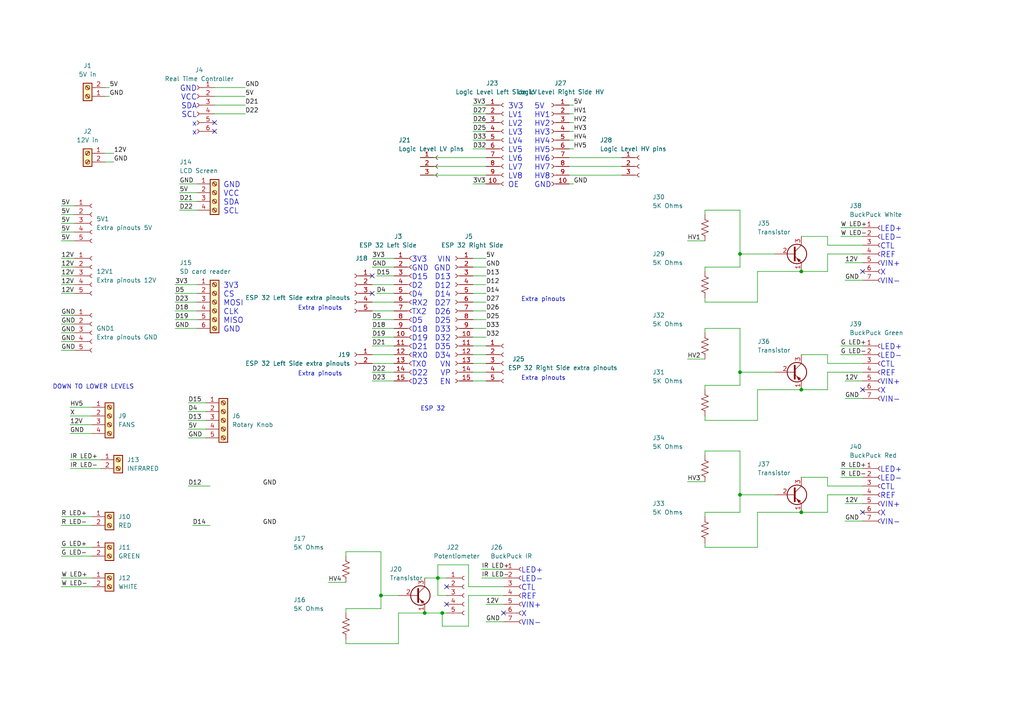
<source format=kicad_sch>
(kicad_sch (version 20211123) (generator eeschema)
  (paper "A4")
  (lib_symbols
    (symbol "Connector:Conn_01x02_Female" (pin_names (offset 1.016) hide)
      (property "Reference" "J" (at 0 2.54 0))
      (property "Value" "Conn_01x02_Female" (at 0 -5.08 0))
      (symbol "Conn_01x02_Female_1_1"
        (arc (start 0 -2.032) (mid -0.508 -2.54) (end 0 -3.048) (stroke (width 0.1524)))
        (polyline (pts (xy -1.27 -2.54) (xy -0.508 -2.54)) (stroke (width 0.1524)))
        (polyline (pts (xy -1.27 0) (xy -0.508 0)) (stroke (width 0.1524)))
        (arc (start 0 0.508) (mid -0.508 0) (end 0 -0.508) (stroke (width 0.1524)))
        (pin passive line (at -5.08 0 0) (length 3.81) (name "Pin_1") (number "1"))
        (pin passive line (at -5.08 -2.54 0) (length 3.81) (name "Pin_2") (number "2"))
      )
    )
    (symbol "Connector:Conn_01x03_Female" (pin_names (offset 1.016) hide)
      (property "Reference" "J" (at 0 5.08 0))
      (property "Value" "Conn_01x03_Female" (at 0 -5.08 0))
      (symbol "Conn_01x03_Female_1_1"
        (arc (start 0 -2.032) (mid -0.508 -2.54) (end 0 -3.048) (stroke (width 0.1524)))
        (polyline (pts (xy -1.27 -2.54) (xy -0.508 -2.54)) (stroke (width 0.1524)))
        (polyline (pts (xy -1.27 0) (xy -0.508 0)) (stroke (width 0.1524)))
        (polyline (pts (xy -1.27 2.54) (xy -0.508 2.54)) (stroke (width 0.1524)))
        (arc (start 0 0.508) (mid -0.508 0) (end 0 -0.508) (stroke (width 0.1524)))
        (arc (start 0 3.048) (mid -0.508 2.54) (end 0 2.032) (stroke (width 0.1524)))
        (pin passive line (at -5.08 2.54 0) (length 3.81) (name "Pin_1") (number "1"))
        (pin passive line (at -5.08 0 0) (length 3.81) (name "Pin_2") (number "2"))
        (pin passive line (at -5.08 -2.54 0) (length 3.81) (name "Pin_3") (number "3"))
      )
    )
    (symbol "Connector:Conn_01x05_Female" (pin_names (offset 1.016) hide)
      (property "Reference" "J" (at 0 7.62 0))
      (property "Value" "Conn_01x05_Female" (at 0 -7.62 0))
      (symbol "Conn_01x05_Female_1_1"
        (arc (start 0 -4.572) (mid -0.508 -5.08) (end 0 -5.588) (stroke (width 0.1524)))
        (arc (start 0 -2.032) (mid -0.508 -2.54) (end 0 -3.048) (stroke (width 0.1524)))
        (polyline (pts (xy -1.27 -5.08) (xy -0.508 -5.08)) (stroke (width 0.1524)))
        (polyline (pts (xy -1.27 -2.54) (xy -0.508 -2.54)) (stroke (width 0.1524)))
        (polyline (pts (xy -1.27 0) (xy -0.508 0)) (stroke (width 0.1524)))
        (polyline (pts (xy -1.27 2.54) (xy -0.508 2.54)) (stroke (width 0.1524)))
        (polyline (pts (xy -1.27 5.08) (xy -0.508 5.08)) (stroke (width 0.1524)))
        (arc (start 0 0.508) (mid -0.508 0) (end 0 -0.508) (stroke (width 0.1524)))
        (arc (start 0 3.048) (mid -0.508 2.54) (end 0 2.032) (stroke (width 0.1524)))
        (arc (start 0 5.588) (mid -0.508 5.08) (end 0 4.572) (stroke (width 0.1524)))
        (pin passive line (at -5.08 5.08 0) (length 3.81) (name "Pin_1") (number "1"))
        (pin passive line (at -5.08 2.54 0) (length 3.81) (name "Pin_2") (number "2"))
        (pin passive line (at -5.08 0 0) (length 3.81) (name "Pin_3") (number "3"))
        (pin passive line (at -5.08 -2.54 0) (length 3.81) (name "Pin_4") (number "4"))
        (pin passive line (at -5.08 -5.08 0) (length 3.81) (name "Pin_5") (number "5"))
      )
    )
    (symbol "Connector:Conn_01x06_Female" (pin_names (offset 1.016) hide)
      (property "Reference" "J" (at 0 7.62 0))
      (property "Value" "Conn_01x06_Female" (at 0 -10.16 0))
      (symbol "Conn_01x06_Female_1_1"
        (arc (start 0 -7.112) (mid -0.508 -7.62) (end 0 -8.128) (stroke (width 0.1524)))
        (arc (start 0 -4.572) (mid -0.508 -5.08) (end 0 -5.588) (stroke (width 0.1524)))
        (arc (start 0 -2.032) (mid -0.508 -2.54) (end 0 -3.048) (stroke (width 0.1524)))
        (polyline (pts (xy -1.27 -7.62) (xy -0.508 -7.62)) (stroke (width 0.1524)))
        (polyline (pts (xy -1.27 -5.08) (xy -0.508 -5.08)) (stroke (width 0.1524)))
        (polyline (pts (xy -1.27 -2.54) (xy -0.508 -2.54)) (stroke (width 0.1524)))
        (polyline (pts (xy -1.27 0) (xy -0.508 0)) (stroke (width 0.1524)))
        (polyline (pts (xy -1.27 2.54) (xy -0.508 2.54)) (stroke (width 0.1524)))
        (polyline (pts (xy -1.27 5.08) (xy -0.508 5.08)) (stroke (width 0.1524)))
        (arc (start 0 0.508) (mid -0.508 0) (end 0 -0.508) (stroke (width 0.1524)))
        (arc (start 0 3.048) (mid -0.508 2.54) (end 0 2.032) (stroke (width 0.1524)))
        (arc (start 0 5.588) (mid -0.508 5.08) (end 0 4.572) (stroke (width 0.1524)))
        (pin passive line (at -5.08 5.08 0) (length 3.81) (name "Pin_1") (number "1"))
        (pin passive line (at -5.08 2.54 0) (length 3.81) (name "Pin_2") (number "2"))
        (pin passive line (at -5.08 0 0) (length 3.81) (name "Pin_3") (number "3"))
        (pin passive line (at -5.08 -2.54 0) (length 3.81) (name "Pin_4") (number "4"))
        (pin passive line (at -5.08 -5.08 0) (length 3.81) (name "Pin_5") (number "5"))
        (pin passive line (at -5.08 -7.62 0) (length 3.81) (name "Pin_6") (number "6"))
      )
    )
    (symbol "Connector:Conn_01x07_Female" (pin_names (offset 1.016) hide)
      (property "Reference" "J" (at 0 10.16 0))
      (property "Value" "Conn_01x07_Female" (at 0 -10.16 0))
      (symbol "Conn_01x07_Female_1_1"
        (arc (start 0 -7.112) (mid -0.508 -7.62) (end 0 -8.128) (stroke (width 0.1524)))
        (arc (start 0 -4.572) (mid -0.508 -5.08) (end 0 -5.588) (stroke (width 0.1524)))
        (arc (start 0 -2.032) (mid -0.508 -2.54) (end 0 -3.048) (stroke (width 0.1524)))
        (polyline (pts (xy -1.27 -7.62) (xy -0.508 -7.62)) (stroke (width 0.1524)))
        (polyline (pts (xy -1.27 -5.08) (xy -0.508 -5.08)) (stroke (width 0.1524)))
        (polyline (pts (xy -1.27 -2.54) (xy -0.508 -2.54)) (stroke (width 0.1524)))
        (polyline (pts (xy -1.27 0) (xy -0.508 0)) (stroke (width 0.1524)))
        (polyline (pts (xy -1.27 2.54) (xy -0.508 2.54)) (stroke (width 0.1524)))
        (polyline (pts (xy -1.27 5.08) (xy -0.508 5.08)) (stroke (width 0.1524)))
        (polyline (pts (xy -1.27 7.62) (xy -0.508 7.62)) (stroke (width 0.1524)))
        (arc (start 0 0.508) (mid -0.508 0) (end 0 -0.508) (stroke (width 0.1524)))
        (arc (start 0 3.048) (mid -0.508 2.54) (end 0 2.032) (stroke (width 0.1524)))
        (arc (start 0 5.588) (mid -0.508 5.08) (end 0 4.572) (stroke (width 0.1524)))
        (arc (start 0 8.128) (mid -0.508 7.62) (end 0 7.112) (stroke (width 0.1524)))
        (pin passive line (at -5.08 7.62 0) (length 3.81) (name "Pin_1") (number "1"))
        (pin passive line (at -5.08 5.08 0) (length 3.81) (name "Pin_2") (number "2"))
        (pin passive line (at -5.08 2.54 0) (length 3.81) (name "Pin_3") (number "3"))
        (pin passive line (at -5.08 0 0) (length 3.81) (name "Pin_4") (number "4"))
        (pin passive line (at -5.08 -2.54 0) (length 3.81) (name "Pin_5") (number "5"))
        (pin passive line (at -5.08 -5.08 0) (length 3.81) (name "Pin_6") (number "6"))
        (pin passive line (at -5.08 -7.62 0) (length 3.81) (name "Pin_7") (number "7"))
      )
    )
    (symbol "Connector:Conn_01x10_Female" (pin_names (offset 1.016) hide)
      (property "Reference" "J" (at 0 12.7 0))
      (property "Value" "Conn_01x10_Female" (at 0 -15.24 0))
      (symbol "Conn_01x10_Female_1_1"
        (arc (start 0 -12.192) (mid -0.508 -12.7) (end 0 -13.208) (stroke (width 0.1524)))
        (arc (start 0 -9.652) (mid -0.508 -10.16) (end 0 -10.668) (stroke (width 0.1524)))
        (arc (start 0 -7.112) (mid -0.508 -7.62) (end 0 -8.128) (stroke (width 0.1524)))
        (arc (start 0 -4.572) (mid -0.508 -5.08) (end 0 -5.588) (stroke (width 0.1524)))
        (arc (start 0 -2.032) (mid -0.508 -2.54) (end 0 -3.048) (stroke (width 0.1524)))
        (polyline (pts (xy -1.27 -12.7) (xy -0.508 -12.7)) (stroke (width 0.1524)))
        (polyline (pts (xy -1.27 -10.16) (xy -0.508 -10.16)) (stroke (width 0.1524)))
        (polyline (pts (xy -1.27 -7.62) (xy -0.508 -7.62)) (stroke (width 0.1524)))
        (polyline (pts (xy -1.27 -5.08) (xy -0.508 -5.08)) (stroke (width 0.1524)))
        (polyline (pts (xy -1.27 -2.54) (xy -0.508 -2.54)) (stroke (width 0.1524)))
        (polyline (pts (xy -1.27 0) (xy -0.508 0)) (stroke (width 0.1524)))
        (polyline (pts (xy -1.27 2.54) (xy -0.508 2.54)) (stroke (width 0.1524)))
        (polyline (pts (xy -1.27 5.08) (xy -0.508 5.08)) (stroke (width 0.1524)))
        (polyline (pts (xy -1.27 7.62) (xy -0.508 7.62)) (stroke (width 0.1524)))
        (polyline (pts (xy -1.27 10.16) (xy -0.508 10.16)) (stroke (width 0.1524)))
        (arc (start 0 0.508) (mid -0.508 0) (end 0 -0.508) (stroke (width 0.1524)))
        (arc (start 0 3.048) (mid -0.508 2.54) (end 0 2.032) (stroke (width 0.1524)))
        (arc (start 0 5.588) (mid -0.508 5.08) (end 0 4.572) (stroke (width 0.1524)))
        (arc (start 0 8.128) (mid -0.508 7.62) (end 0 7.112) (stroke (width 0.1524)))
        (arc (start 0 10.668) (mid -0.508 10.16) (end 0 9.652) (stroke (width 0.1524)))
        (pin passive line (at -5.08 10.16 0) (length 3.81) (name "Pin_1") (number "1"))
        (pin passive line (at -5.08 -12.7 0) (length 3.81) (name "Pin_10") (number "10"))
        (pin passive line (at -5.08 7.62 0) (length 3.81) (name "Pin_2") (number "2"))
        (pin passive line (at -5.08 5.08 0) (length 3.81) (name "Pin_3") (number "3"))
        (pin passive line (at -5.08 2.54 0) (length 3.81) (name "Pin_4") (number "4"))
        (pin passive line (at -5.08 0 0) (length 3.81) (name "Pin_5") (number "5"))
        (pin passive line (at -5.08 -2.54 0) (length 3.81) (name "Pin_6") (number "6"))
        (pin passive line (at -5.08 -5.08 0) (length 3.81) (name "Pin_7") (number "7"))
        (pin passive line (at -5.08 -7.62 0) (length 3.81) (name "Pin_8") (number "8"))
        (pin passive line (at -5.08 -10.16 0) (length 3.81) (name "Pin_9") (number "9"))
      )
    )
    (symbol "Connector:Conn_01x15_Female" (pin_names (offset 1.016) hide)
      (property "Reference" "J" (at 0 20.32 0))
      (property "Value" "Conn_01x15_Female" (at 0 -20.32 0))
      (symbol "Conn_01x15_Female_1_1"
        (arc (start 0 -17.272) (mid -0.508 -17.78) (end 0 -18.288) (stroke (width 0.1524)))
        (arc (start 0 -14.732) (mid -0.508 -15.24) (end 0 -15.748) (stroke (width 0.1524)))
        (arc (start 0 -12.192) (mid -0.508 -12.7) (end 0 -13.208) (stroke (width 0.1524)))
        (arc (start 0 -9.652) (mid -0.508 -10.16) (end 0 -10.668) (stroke (width 0.1524)))
        (arc (start 0 -7.112) (mid -0.508 -7.62) (end 0 -8.128) (stroke (width 0.1524)))
        (arc (start 0 -4.572) (mid -0.508 -5.08) (end 0 -5.588) (stroke (width 0.1524)))
        (arc (start 0 -2.032) (mid -0.508 -2.54) (end 0 -3.048) (stroke (width 0.1524)))
        (polyline (pts (xy -1.27 -17.78) (xy -0.508 -17.78)) (stroke (width 0.1524)))
        (polyline (pts (xy -1.27 -15.24) (xy -0.508 -15.24)) (stroke (width 0.1524)))
        (polyline (pts (xy -1.27 -12.7) (xy -0.508 -12.7)) (stroke (width 0.1524)))
        (polyline (pts (xy -1.27 -10.16) (xy -0.508 -10.16)) (stroke (width 0.1524)))
        (polyline (pts (xy -1.27 -7.62) (xy -0.508 -7.62)) (stroke (width 0.1524)))
        (polyline (pts (xy -1.27 -5.08) (xy -0.508 -5.08)) (stroke (width 0.1524)))
        (polyline (pts (xy -1.27 -2.54) (xy -0.508 -2.54)) (stroke (width 0.1524)))
        (polyline (pts (xy -1.27 0) (xy -0.508 0)) (stroke (width 0.1524)))
        (polyline (pts (xy -1.27 2.54) (xy -0.508 2.54)) (stroke (width 0.1524)))
        (polyline (pts (xy -1.27 5.08) (xy -0.508 5.08)) (stroke (width 0.1524)))
        (polyline (pts (xy -1.27 7.62) (xy -0.508 7.62)) (stroke (width 0.1524)))
        (polyline (pts (xy -1.27 10.16) (xy -0.508 10.16)) (stroke (width 0.1524)))
        (polyline (pts (xy -1.27 12.7) (xy -0.508 12.7)) (stroke (width 0.1524)))
        (polyline (pts (xy -1.27 15.24) (xy -0.508 15.24)) (stroke (width 0.1524)))
        (polyline (pts (xy -1.27 17.78) (xy -0.508 17.78)) (stroke (width 0.1524)))
        (arc (start 0 0.508) (mid -0.508 0) (end 0 -0.508) (stroke (width 0.1524)))
        (arc (start 0 3.048) (mid -0.508 2.54) (end 0 2.032) (stroke (width 0.1524)))
        (arc (start 0 5.588) (mid -0.508 5.08) (end 0 4.572) (stroke (width 0.1524)))
        (arc (start 0 8.128) (mid -0.508 7.62) (end 0 7.112) (stroke (width 0.1524)))
        (arc (start 0 10.668) (mid -0.508 10.16) (end 0 9.652) (stroke (width 0.1524)))
        (arc (start 0 13.208) (mid -0.508 12.7) (end 0 12.192) (stroke (width 0.1524)))
        (arc (start 0 15.748) (mid -0.508 15.24) (end 0 14.732) (stroke (width 0.1524)))
        (arc (start 0 18.288) (mid -0.508 17.78) (end 0 17.272) (stroke (width 0.1524)))
        (pin passive line (at -5.08 17.78 0) (length 3.81) (name "Pin_1") (number "1"))
        (pin passive line (at -5.08 -5.08 0) (length 3.81) (name "Pin_10") (number "10"))
        (pin passive line (at -5.08 -7.62 0) (length 3.81) (name "Pin_11") (number "11"))
        (pin passive line (at -5.08 -10.16 0) (length 3.81) (name "Pin_12") (number "12"))
        (pin passive line (at -5.08 -12.7 0) (length 3.81) (name "Pin_13") (number "13"))
        (pin passive line (at -5.08 -15.24 0) (length 3.81) (name "Pin_14") (number "14"))
        (pin passive line (at -5.08 -17.78 0) (length 3.81) (name "Pin_15") (number "15"))
        (pin passive line (at -5.08 15.24 0) (length 3.81) (name "Pin_2") (number "2"))
        (pin passive line (at -5.08 12.7 0) (length 3.81) (name "Pin_3") (number "3"))
        (pin passive line (at -5.08 10.16 0) (length 3.81) (name "Pin_4") (number "4"))
        (pin passive line (at -5.08 7.62 0) (length 3.81) (name "Pin_5") (number "5"))
        (pin passive line (at -5.08 5.08 0) (length 3.81) (name "Pin_6") (number "6"))
        (pin passive line (at -5.08 2.54 0) (length 3.81) (name "Pin_7") (number "7"))
        (pin passive line (at -5.08 0 0) (length 3.81) (name "Pin_8") (number "8"))
        (pin passive line (at -5.08 -2.54 0) (length 3.81) (name "Pin_9") (number "9"))
      )
    )
    (symbol "Connector:Screw_Terminal_01x02" (pin_names (offset 1.016) hide)
      (property "Reference" "J" (at 0 2.54 0))
      (property "Value" "Screw_Terminal_01x02" (at 0 -5.08 0))
      (symbol "Screw_Terminal_01x02_1_1"
        (rectangle (start -1.27 1.27) (end 1.27 -3.81) (stroke (width 0.254)) (fill (type background)))
        (circle (center 0 -2.54) (radius 0.635) (stroke (width 0.1524)))
        (polyline (pts (xy -0.5334 -2.2098) (xy 0.3302 -3.048)) (stroke (width 0.1524)))
        (polyline (pts (xy -0.5334 0.3302) (xy 0.3302 -0.508)) (stroke (width 0.1524)))
        (polyline (pts (xy -0.3556 -2.032) (xy 0.508 -2.8702)) (stroke (width 0.1524)))
        (polyline (pts (xy -0.3556 0.508) (xy 0.508 -0.3302)) (stroke (width 0.1524)))
        (circle (center 0 0) (radius 0.635) (stroke (width 0.1524)))
        (pin passive line (at -5.08 0 0) (length 3.81) (name "Pin_1") (number "1"))
        (pin passive line (at -5.08 -2.54 0) (length 3.81) (name "Pin_2") (number "2"))
      )
    )
    (symbol "Connector:Screw_Terminal_01x04" (pin_names (offset 1.016) hide)
      (property "Reference" "J" (at 0 5.08 0))
      (property "Value" "Screw_Terminal_01x04" (at 0 -7.62 0))
      (symbol "Screw_Terminal_01x04_1_1"
        (rectangle (start -1.27 3.81) (end 1.27 -6.35) (stroke (width 0.254)) (fill (type background)))
        (circle (center 0 -5.08) (radius 0.635) (stroke (width 0.1524)))
        (circle (center 0 -2.54) (radius 0.635) (stroke (width 0.1524)))
        (polyline (pts (xy -0.5334 -4.7498) (xy 0.3302 -5.588)) (stroke (width 0.1524)))
        (polyline (pts (xy -0.5334 -2.2098) (xy 0.3302 -3.048)) (stroke (width 0.1524)))
        (polyline (pts (xy -0.5334 0.3302) (xy 0.3302 -0.508)) (stroke (width 0.1524)))
        (polyline (pts (xy -0.5334 2.8702) (xy 0.3302 2.032)) (stroke (width 0.1524)))
        (polyline (pts (xy -0.3556 -4.572) (xy 0.508 -5.4102)) (stroke (width 0.1524)))
        (polyline (pts (xy -0.3556 -2.032) (xy 0.508 -2.8702)) (stroke (width 0.1524)))
        (polyline (pts (xy -0.3556 0.508) (xy 0.508 -0.3302)) (stroke (width 0.1524)))
        (polyline (pts (xy -0.3556 3.048) (xy 0.508 2.2098)) (stroke (width 0.1524)))
        (circle (center 0 0) (radius 0.635) (stroke (width 0.1524)))
        (circle (center 0 2.54) (radius 0.635) (stroke (width 0.1524)))
        (pin passive line (at -5.08 2.54 0) (length 3.81) (name "Pin_1") (number "1"))
        (pin passive line (at -5.08 0 0) (length 3.81) (name "Pin_2") (number "2"))
        (pin passive line (at -5.08 -2.54 0) (length 3.81) (name "Pin_3") (number "3"))
        (pin passive line (at -5.08 -5.08 0) (length 3.81) (name "Pin_4") (number "4"))
      )
    )
    (symbol "Connector:Screw_Terminal_01x05" (pin_names (offset 1.016) hide)
      (property "Reference" "J" (at 0 7.62 0))
      (property "Value" "Screw_Terminal_01x05" (at 0 -7.62 0))
      (symbol "Screw_Terminal_01x05_1_1"
        (rectangle (start -1.27 6.35) (end 1.27 -6.35) (stroke (width 0.254)) (fill (type background)))
        (circle (center 0 -5.08) (radius 0.635) (stroke (width 0.1524)))
        (circle (center 0 -2.54) (radius 0.635) (stroke (width 0.1524)))
        (polyline (pts (xy -0.5334 -4.7498) (xy 0.3302 -5.588)) (stroke (width 0.1524)))
        (polyline (pts (xy -0.5334 -2.2098) (xy 0.3302 -3.048)) (stroke (width 0.1524)))
        (polyline (pts (xy -0.5334 0.3302) (xy 0.3302 -0.508)) (stroke (width 0.1524)))
        (polyline (pts (xy -0.5334 2.8702) (xy 0.3302 2.032)) (stroke (width 0.1524)))
        (polyline (pts (xy -0.5334 5.4102) (xy 0.3302 4.572)) (stroke (width 0.1524)))
        (polyline (pts (xy -0.3556 -4.572) (xy 0.508 -5.4102)) (stroke (width 0.1524)))
        (polyline (pts (xy -0.3556 -2.032) (xy 0.508 -2.8702)) (stroke (width 0.1524)))
        (polyline (pts (xy -0.3556 0.508) (xy 0.508 -0.3302)) (stroke (width 0.1524)))
        (polyline (pts (xy -0.3556 3.048) (xy 0.508 2.2098)) (stroke (width 0.1524)))
        (polyline (pts (xy -0.3556 5.588) (xy 0.508 4.7498)) (stroke (width 0.1524)))
        (circle (center 0 0) (radius 0.635) (stroke (width 0.1524)))
        (circle (center 0 2.54) (radius 0.635) (stroke (width 0.1524)))
        (circle (center 0 5.08) (radius 0.635) (stroke (width 0.1524)))
        (pin passive line (at -5.08 5.08 0) (length 3.81) (name "Pin_1") (number "1"))
        (pin passive line (at -5.08 2.54 0) (length 3.81) (name "Pin_2") (number "2"))
        (pin passive line (at -5.08 0 0) (length 3.81) (name "Pin_3") (number "3"))
        (pin passive line (at -5.08 -2.54 0) (length 3.81) (name "Pin_4") (number "4"))
        (pin passive line (at -5.08 -5.08 0) (length 3.81) (name "Pin_5") (number "5"))
      )
    )
    (symbol "Connector:Screw_Terminal_01x06" (pin_names (offset 1.016) hide)
      (property "Reference" "J" (at 0 7.62 0))
      (property "Value" "Screw_Terminal_01x06" (at 0 -10.16 0))
      (symbol "Screw_Terminal_01x06_1_1"
        (rectangle (start -1.27 6.35) (end 1.27 -8.89) (stroke (width 0.254)) (fill (type background)))
        (circle (center 0 -7.62) (radius 0.635) (stroke (width 0.1524)))
        (circle (center 0 -5.08) (radius 0.635) (stroke (width 0.1524)))
        (circle (center 0 -2.54) (radius 0.635) (stroke (width 0.1524)))
        (polyline (pts (xy -0.5334 -7.2898) (xy 0.3302 -8.128)) (stroke (width 0.1524)))
        (polyline (pts (xy -0.5334 -4.7498) (xy 0.3302 -5.588)) (stroke (width 0.1524)))
        (polyline (pts (xy -0.5334 -2.2098) (xy 0.3302 -3.048)) (stroke (width 0.1524)))
        (polyline (pts (xy -0.5334 0.3302) (xy 0.3302 -0.508)) (stroke (width 0.1524)))
        (polyline (pts (xy -0.5334 2.8702) (xy 0.3302 2.032)) (stroke (width 0.1524)))
        (polyline (pts (xy -0.5334 5.4102) (xy 0.3302 4.572)) (stroke (width 0.1524)))
        (polyline (pts (xy -0.3556 -7.112) (xy 0.508 -7.9502)) (stroke (width 0.1524)))
        (polyline (pts (xy -0.3556 -4.572) (xy 0.508 -5.4102)) (stroke (width 0.1524)))
        (polyline (pts (xy -0.3556 -2.032) (xy 0.508 -2.8702)) (stroke (width 0.1524)))
        (polyline (pts (xy -0.3556 0.508) (xy 0.508 -0.3302)) (stroke (width 0.1524)))
        (polyline (pts (xy -0.3556 3.048) (xy 0.508 2.2098)) (stroke (width 0.1524)))
        (polyline (pts (xy -0.3556 5.588) (xy 0.508 4.7498)) (stroke (width 0.1524)))
        (circle (center 0 0) (radius 0.635) (stroke (width 0.1524)))
        (circle (center 0 2.54) (radius 0.635) (stroke (width 0.1524)))
        (circle (center 0 5.08) (radius 0.635) (stroke (width 0.1524)))
        (pin passive line (at -5.08 5.08 0) (length 3.81) (name "Pin_1") (number "1"))
        (pin passive line (at -5.08 2.54 0) (length 3.81) (name "Pin_2") (number "2"))
        (pin passive line (at -5.08 0 0) (length 3.81) (name "Pin_3") (number "3"))
        (pin passive line (at -5.08 -2.54 0) (length 3.81) (name "Pin_4") (number "4"))
        (pin passive line (at -5.08 -5.08 0) (length 3.81) (name "Pin_5") (number "5"))
        (pin passive line (at -5.08 -7.62 0) (length 3.81) (name "Pin_6") (number "6"))
      )
    )
    (symbol "Device:R_US" (pin_numbers hide) (pin_names (offset 0))
      (property "Reference" "R" (at 2.54 0 90))
      (property "Value" "R_US" (at -2.54 0 90))
      (symbol "R_US_0_1"
        (polyline (pts (xy 0 -2.286) (xy 0 -2.54)))
        (polyline (pts (xy 0 2.286) (xy 0 2.54)))
        (polyline (pts (xy 0 -0.762) (xy 1.016 -1.143) (xy 0 -1.524) (xy -1.016 -1.905) (xy 0 -2.286)))
        (polyline (pts (xy 0 0.762) (xy 1.016 0.381) (xy 0 0) (xy -1.016 -0.381) (xy 0 -0.762)))
        (polyline (pts (xy 0 2.286) (xy 1.016 1.905) (xy 0 1.524) (xy -1.016 1.143) (xy 0 0.762)))
      )
      (symbol "R_US_1_1"
        (pin passive line (at 0 3.81 270) (length 1.27) (name "~") (number "1"))
        (pin passive line (at 0 -3.81 90) (length 1.27) (name "~") (number "2"))
      )
    )
    (symbol "Transistor_BJT:2N3906" (pin_names (offset 0) hide)
      (property "Reference" "Q" (at 5.08 1.905 0))
      (property "Value" "2N3906" (at 5.08 0 0))
      (symbol "2N3906_0_1"
        (polyline (pts (xy 0.635 0.635) (xy 2.54 2.54)))
        (polyline (pts (xy 0.635 -0.635) (xy 2.54 -2.54) (xy 2.54 -2.54)))
        (polyline (pts (xy 0.635 1.905) (xy 0.635 -1.905) (xy 0.635 -1.905)) (stroke (width 0.508)))
        (polyline (pts (xy 2.286 -1.778) (xy 1.778 -2.286) (xy 1.27 -1.27) (xy 2.286 -1.778) (xy 2.286 -1.778)) (fill (type outline)))
        (circle (center 1.27 0) (radius 2.8194) (stroke (width 0.254)))
      )
      (symbol "2N3906_1_1"
        (pin passive line (at 2.54 -5.08 90) (length 2.54) (name "E") (number "1"))
        (pin input line (at -5.08 0 0) (length 5.715) (name "B") (number "2"))
        (pin passive line (at 2.54 5.08 270) (length 2.54) (name "C") (number "3"))
      )
    )
  )
  (junction (at 232.41 113.03))
  (junction (at 214.63 107.95))
  (junction (at 110.49 172.72))
  (junction (at 214.63 73.66))
  (junction (at 128.27 177.8))
  (junction (at 214.63 143.51))
  (junction (at 127 167.64))
  (junction (at 232.41 78.74))
  (junction (at 232.41 148.59))
  (junction (at 123.19 177.8))
  (no_connect (at 146.05 177.8))
  (no_connect (at 250.19 148.59))
  (no_connect (at 62.23 35.56))
  (no_connect (at 62.23 38.1))
  (no_connect (at 107.95 85.09))
  (no_connect (at 107.95 80.01))
  (no_connect (at 250.19 113.03))
  (no_connect (at 129.54 170.18))
  (no_connect (at 129.54 175.26))
  (no_connect (at 250.19 78.74))
  (wire (pts (xy 204.47 111.76) (xy 204.47 113.03)))
  (wire (pts (xy 128.27 181.61) (xy 135.89 181.61)))
  (wire (pts (xy 137.16 33.02) (xy 140.97 33.02)))
  (wire (pts (xy 214.63 60.96) (xy 214.63 73.66)))
  (wire (pts (xy 243.84 68.58) (xy 250.19 68.58)))
  (wire (pts (xy 137.16 38.1) (xy 140.97 38.1)))
  (wire (pts (xy 137.16 87.63) (xy 140.97 87.63)))
  (wire (pts (xy 204.47 158.75) (xy 219.71 158.75)))
  (wire (pts (xy 204.47 130.81) (xy 204.47 132.08)))
  (wire (pts (xy 54.61 121.92) (xy 59.69 121.92)))
  (wire (pts (xy 17.78 96.52) (xy 21.59 96.52)))
  (wire (pts (xy 54.61 127) (xy 59.69 127)))
  (wire (pts (xy 204.47 86.36) (xy 204.47 87.63)))
  (wire (pts (xy 62.23 25.4) (xy 71.12 25.4)))
  (wire (pts (xy 50.8 87.63) (xy 57.15 87.63)))
  (wire (pts (xy 137.16 35.56) (xy 140.97 35.56)))
  (wire (pts (xy 165.1 43.18) (xy 166.37 43.18)))
  (wire (pts (xy 121.92 48.26) (xy 140.97 48.26)))
  (wire (pts (xy 240.03 138.43) (xy 240.03 140.97)))
  (wire (pts (xy 30.48 46.99) (xy 33.02 46.99)))
  (wire (pts (xy 219.71 148.59) (xy 219.71 158.75)))
  (wire (pts (xy 135.89 181.61) (xy 135.89 172.72)))
  (wire (pts (xy 240.03 148.59) (xy 240.03 143.51)))
  (wire (pts (xy 17.78 77.47) (xy 21.59 77.47)))
  (wire (pts (xy 137.16 74.93) (xy 140.97 74.93)))
  (wire (pts (xy 62.23 33.02) (xy 71.12 33.02)))
  (wire (pts (xy 50.8 95.25) (xy 57.15 95.25)))
  (wire (pts (xy 204.47 77.47) (xy 204.47 78.74)))
  (wire (pts (xy 165.1 33.02) (xy 166.37 33.02)))
  (wire (pts (xy 245.11 81.28) (xy 250.19 81.28)))
  (wire (pts (xy 224.79 143.51) (xy 214.63 143.51)))
  (wire (pts (xy 137.16 90.17) (xy 140.97 90.17)))
  (wire (pts (xy 115.57 177.8) (xy 123.19 177.8)))
  (wire (pts (xy 20.32 123.19) (xy 26.67 123.19)))
  (wire (pts (xy 232.41 148.59) (xy 240.03 148.59)))
  (wire (pts (xy 137.16 82.55) (xy 140.97 82.55)))
  (wire (pts (xy 107.95 82.55) (xy 114.3 82.55)))
  (wire (pts (xy 165.1 45.72) (xy 180.34 45.72)))
  (wire (pts (xy 107.95 102.87) (xy 114.3 102.87)))
  (wire (pts (xy 165.1 40.64) (xy 166.37 40.64)))
  (wire (pts (xy 204.47 87.63) (xy 219.71 87.63)))
  (wire (pts (xy 245.11 151.13) (xy 250.19 151.13)))
  (wire (pts (xy 243.84 102.87) (xy 250.19 102.87)))
  (wire (pts (xy 137.16 53.34) (xy 140.97 53.34)))
  (wire (pts (xy 243.84 135.89) (xy 250.19 135.89)))
  (wire (pts (xy 199.39 104.14) (xy 204.47 104.14)))
  (wire (pts (xy 214.63 130.81) (xy 214.63 143.51)))
  (wire (pts (xy 232.41 102.87) (xy 240.03 102.87)))
  (wire (pts (xy 127 172.72) (xy 129.54 172.72)))
  (wire (pts (xy 137.16 92.71) (xy 140.97 92.71)))
  (wire (pts (xy 224.79 73.66) (xy 214.63 73.66)))
  (wire (pts (xy 115.57 172.72) (xy 110.49 172.72)))
  (wire (pts (xy 214.63 73.66) (xy 214.63 77.47)))
  (wire (pts (xy 204.47 120.65) (xy 204.47 121.92)))
  (wire (pts (xy 165.1 50.8) (xy 180.34 50.8)))
  (wire (pts (xy 137.16 100.33) (xy 140.97 100.33)))
  (wire (pts (xy 127 163.83) (xy 127 167.64)))
  (wire (pts (xy 232.41 138.43) (xy 240.03 138.43)))
  (wire (pts (xy 204.47 60.96) (xy 214.63 60.96)))
  (wire (pts (xy 123.19 177.8) (xy 128.27 177.8)))
  (wire (pts (xy 52.07 58.42) (xy 57.15 58.42)))
  (wire (pts (xy 204.47 111.76) (xy 214.63 111.76)))
  (wire (pts (xy 107.95 90.17) (xy 114.3 90.17)))
  (wire (pts (xy 128.27 177.8) (xy 129.54 177.8)))
  (wire (pts (xy 135.89 172.72) (xy 146.05 172.72)))
  (wire (pts (xy 204.47 148.59) (xy 204.47 149.86)))
  (wire (pts (xy 50.8 92.71) (xy 57.15 92.71)))
  (wire (pts (xy 204.47 130.81) (xy 214.63 130.81)))
  (wire (pts (xy 17.78 80.01) (xy 21.59 80.01)))
  (wire (pts (xy 17.78 59.69) (xy 21.59 59.69)))
  (wire (pts (xy 204.47 148.59) (xy 214.63 148.59)))
  (wire (pts (xy 62.23 30.48) (xy 71.12 30.48)))
  (wire (pts (xy 100.33 176.53) (xy 100.33 177.8)))
  (wire (pts (xy 30.48 27.94) (xy 31.75 27.94)))
  (wire (pts (xy 17.78 167.64) (xy 26.67 167.64)))
  (wire (pts (xy 245.11 146.05) (xy 250.19 146.05)))
  (wire (pts (xy 232.41 78.74) (xy 240.03 78.74)))
  (wire (pts (xy 17.78 69.85) (xy 21.59 69.85)))
  (wire (pts (xy 107.95 92.71) (xy 114.3 92.71)))
  (wire (pts (xy 17.78 101.6) (xy 21.59 101.6)))
  (wire (pts (xy 17.78 64.77) (xy 21.59 64.77)))
  (wire (pts (xy 100.33 160.02) (xy 110.49 160.02)))
  (wire (pts (xy 214.63 107.95) (xy 214.63 111.76)))
  (wire (pts (xy 30.48 25.4) (xy 31.75 25.4)))
  (wire (pts (xy 107.95 107.95) (xy 114.3 107.95)))
  (wire (pts (xy 219.71 113.03) (xy 219.71 121.92)))
  (wire (pts (xy 17.78 67.31) (xy 21.59 67.31)))
  (wire (pts (xy 107.95 110.49) (xy 114.3 110.49)))
  (wire (pts (xy 107.95 97.79) (xy 114.3 97.79)))
  (wire (pts (xy 240.03 105.41) (xy 250.19 105.41)))
  (wire (pts (xy 109.22 85.09) (xy 114.3 85.09)))
  (wire (pts (xy 100.33 185.42) (xy 100.33 186.69)))
  (wire (pts (xy 17.78 74.93) (xy 21.59 74.93)))
  (wire (pts (xy 127 167.64) (xy 127 172.72)))
  (wire (pts (xy 137.16 107.95) (xy 140.97 107.95)))
  (wire (pts (xy 121.92 45.72) (xy 140.97 45.72)))
  (wire (pts (xy 240.03 102.87) (xy 240.03 105.41)))
  (wire (pts (xy 17.78 158.75) (xy 26.67 158.75)))
  (wire (pts (xy 50.8 90.17) (xy 57.15 90.17)))
  (wire (pts (xy 17.78 170.18) (xy 26.67 170.18)))
  (wire (pts (xy 219.71 78.74) (xy 232.41 78.74)))
  (wire (pts (xy 140.97 180.34) (xy 146.05 180.34)))
  (wire (pts (xy 240.03 113.03) (xy 240.03 107.95)))
  (wire (pts (xy 123.19 167.64) (xy 127 167.64)))
  (wire (pts (xy 137.16 110.49) (xy 140.97 110.49)))
  (wire (pts (xy 17.78 149.86) (xy 26.67 149.86)))
  (wire (pts (xy 219.71 148.59) (xy 232.41 148.59)))
  (wire (pts (xy 139.7 167.64) (xy 146.05 167.64)))
  (wire (pts (xy 199.39 69.85) (xy 204.47 69.85)))
  (wire (pts (xy 219.71 113.03) (xy 232.41 113.03)))
  (wire (pts (xy 243.84 66.04) (xy 250.19 66.04)))
  (wire (pts (xy 52.07 55.88) (xy 57.15 55.88)))
  (wire (pts (xy 20.32 133.35) (xy 29.21 133.35)))
  (wire (pts (xy 109.22 80.01) (xy 114.3 80.01)))
  (wire (pts (xy 240.03 107.95) (xy 250.19 107.95)))
  (wire (pts (xy 62.23 27.94) (xy 71.12 27.94)))
  (wire (pts (xy 100.33 186.69) (xy 115.57 186.69)))
  (wire (pts (xy 165.1 48.26) (xy 180.34 48.26)))
  (wire (pts (xy 54.61 119.38) (xy 59.69 119.38)))
  (wire (pts (xy 240.03 143.51) (xy 250.19 143.51)))
  (wire (pts (xy 232.41 113.03) (xy 240.03 113.03)))
  (wire (pts (xy 204.47 60.96) (xy 204.47 62.23)))
  (wire (pts (xy 219.71 78.74) (xy 219.71 87.63)))
  (wire (pts (xy 137.16 97.79) (xy 140.97 97.79)))
  (wire (pts (xy 20.32 118.11) (xy 26.67 118.11)))
  (wire (pts (xy 199.39 139.7) (xy 204.47 139.7)))
  (wire (pts (xy 20.32 120.65) (xy 26.67 120.65)))
  (wire (pts (xy 219.71 121.92) (xy 204.47 121.92)))
  (wire (pts (xy 204.47 157.48) (xy 204.47 158.75)))
  (wire (pts (xy 54.61 124.46) (xy 59.69 124.46)))
  (wire (pts (xy 121.92 50.8) (xy 140.97 50.8)))
  (wire (pts (xy 240.03 140.97) (xy 250.19 140.97)))
  (wire (pts (xy 17.78 62.23) (xy 21.59 62.23)))
  (wire (pts (xy 17.78 161.29) (xy 26.67 161.29)))
  (wire (pts (xy 137.16 95.25) (xy 140.97 95.25)))
  (wire (pts (xy 50.8 85.09) (xy 57.15 85.09)))
  (wire (pts (xy 137.16 30.48) (xy 140.97 30.48)))
  (wire (pts (xy 17.78 91.44) (xy 21.59 91.44)))
  (wire (pts (xy 20.32 135.89) (xy 29.21 135.89)))
  (wire (pts (xy 52.07 53.34) (xy 57.15 53.34)))
  (wire (pts (xy 20.32 125.73) (xy 26.67 125.73)))
  (wire (pts (xy 214.63 95.25) (xy 214.63 107.95)))
  (wire (pts (xy 137.16 102.87) (xy 140.97 102.87)))
  (wire (pts (xy 128.27 177.8) (xy 128.27 181.61)))
  (wire (pts (xy 139.7 165.1) (xy 146.05 165.1)))
  (wire (pts (xy 127 167.64) (xy 129.54 167.64)))
  (wire (pts (xy 95.25 168.91) (xy 100.33 168.91)))
  (wire (pts (xy 232.41 68.58) (xy 240.03 68.58)))
  (wire (pts (xy 110.49 172.72) (xy 110.49 176.53)))
  (wire (pts (xy 245.11 115.57) (xy 250.19 115.57)))
  (wire (pts (xy 137.16 85.09) (xy 140.97 85.09)))
  (wire (pts (xy 107.95 74.93) (xy 114.3 74.93)))
  (wire (pts (xy 100.33 176.53) (xy 110.49 176.53)))
  (wire (pts (xy 110.49 160.02) (xy 110.49 172.72)))
  (wire (pts (xy 204.47 95.25) (xy 204.47 96.52)))
  (wire (pts (xy 140.97 80.01) (xy 137.16 80.01)))
  (wire (pts (xy 140.97 175.26) (xy 146.05 175.26)))
  (wire (pts (xy 115.57 177.8) (xy 115.57 186.69)))
  (wire (pts (xy 30.48 44.45) (xy 33.02 44.45)))
  (wire (pts (xy 50.8 82.55) (xy 57.15 82.55)))
  (wire (pts (xy 240.03 73.66) (xy 250.19 73.66)))
  (wire (pts (xy 17.78 152.4) (xy 26.67 152.4)))
  (wire (pts (xy 165.1 38.1) (xy 166.37 38.1)))
  (wire (pts (xy 54.61 116.84) (xy 59.69 116.84)))
  (wire (pts (xy 204.47 77.47) (xy 214.63 77.47)))
  (wire (pts (xy 137.16 43.18) (xy 140.97 43.18)))
  (wire (pts (xy 107.95 77.47) (xy 114.3 77.47)))
  (wire (pts (xy 107.95 95.25) (xy 114.3 95.25)))
  (wire (pts (xy 224.79 107.95) (xy 214.63 107.95)))
  (wire (pts (xy 214.63 143.51) (xy 214.63 148.59)))
  (wire (pts (xy 107.95 105.41) (xy 114.3 105.41)))
  (wire (pts (xy 240.03 71.12) (xy 250.19 71.12)))
  (wire (pts (xy 137.16 105.41) (xy 140.97 105.41)))
  (wire (pts (xy 54.61 140.97) (xy 60.96 140.97)))
  (wire (pts (xy 214.63 95.25) (xy 204.47 95.25)))
  (wire (pts (xy 240.03 78.74) (xy 240.03 73.66)))
  (wire (pts (xy 55.88 152.4) (xy 60.96 152.4)))
  (wire (pts (xy 17.78 82.55) (xy 21.59 82.55)))
  (wire (pts (xy 52.07 60.96) (xy 57.15 60.96)))
  (wire (pts (xy 245.11 110.49) (xy 250.19 110.49)))
  (wire (pts (xy 107.95 100.33) (xy 114.3 100.33)))
  (wire (pts (xy 107.95 87.63) (xy 114.3 87.63)))
  (wire (pts (xy 135.89 170.18) (xy 146.05 170.18)))
  (wire (pts (xy 245.11 76.2) (xy 250.19 76.2)))
  (wire (pts (xy 137.16 40.64) (xy 140.97 40.64)))
  (wire (pts (xy 127 163.83) (xy 135.89 163.83)))
  (wire (pts (xy 165.1 30.48) (xy 166.37 30.48)))
  (wire (pts (xy 243.84 100.33) (xy 250.19 100.33)))
  (wire (pts (xy 137.16 77.47) (xy 140.97 77.47)))
  (wire (pts (xy 165.1 53.34) (xy 166.37 53.34)))
  (wire (pts (xy 17.78 85.09) (xy 21.59 85.09)))
  (wire (pts (xy 17.78 99.06) (xy 21.59 99.06)))
  (wire (pts (xy 240.03 68.58) (xy 240.03 71.12)))
  (wire (pts (xy 135.89 163.83) (xy 135.89 170.18)))
  (wire (pts (xy 100.33 160.02) (xy 100.33 161.29)))
  (wire (pts (xy 165.1 35.56) (xy 166.37 35.56)))
  (wire (pts (xy 17.78 93.98) (xy 21.59 93.98)))
  (wire (pts (xy 243.84 138.43) (xy 250.19 138.43)))
  (text "3V3\nCS\nMOSI\nCLK\nMISO\nGND\n" (at 64.77 96.52 0) (effects (font (size 1.575 1.575)) (justify left bottom)))
  (text "DOWN TO LOWER LEVELS\n" (at 15.24 113.03 0) (effects (font (size 1.27 1.27)) (justify left bottom)))
  (text "VIN\nGND\nD13\nD12\nD14\nD27\nD26\nD25\nD33\nD32\nD35\nD34\nVN\nVP\nEN" (at 130.81 111.76 0) (effects (font (size 1.575 1.575)) (justify right bottom)))
  (text "GND\nVCC\nSDA\nSCL\n" (at 64.77 62.23 0) (effects (font (size 1.575 1.575)) (justify left bottom)))
  (text "3V3\nLV1\nLV2\nLV3\nLV4\nLV5\nLV6\nLV7\nLV8\nOE" (at 147.32 54.61 0) (effects (font (size 1.575 1.575)) (justify left bottom)))
  (text "5V\nHV1\nHV2\nHV3\nHV4\nHV5\nHV6\nHV7\nHV8\nGND" (at 154.94 54.61 0) (effects (font (size 1.575 1.575)) (justify left bottom)))
  (text "ESP 32\n" (at 121.92 119.38 0) (effects (font (size 1.27 1.27)) (justify left bottom)))
  (text "3V3\nGND\nD15\nD2\nD4\nRX2\nTX2\nD5\nD18\nD19\nD21\nRX0\nTX0\nD22\nD23" (at 119.38 111.76 0) (effects (font (size 1.575 1.575)) (justify left bottom)))
  (text "Extra pinouts" (at 151.13 110.49 0) (effects (font (size 1.27 1.27)) (justify left bottom)))
  (text "LED+\nLED-\nCTL\nREF\nVIN+\nX\nVIN-" (at 255.27 82.55 0) (effects (font (size 1.575 1.575)) (justify left bottom)))
  (text "Extra pinouts" (at 86.36 90.17 0) (effects (font (size 1.27 1.27)) (justify left bottom)))
  (text "GND\nVCC\nSDA\nSCL\nx\nx" (at 57.15 39.37 180) (effects (font (size 1.575 1.575)) (justify right bottom)))
  (text "LED+\nLED-\nCTL\nREF\nVIN+\nX\nVIN-" (at 151.13 181.61 0) (effects (font (size 1.575 1.575)) (justify left bottom)))
  (text "LED+\nLED-\nCTL\nREF\nVIN+\nX\nVIN-" (at 255.27 116.84 0) (effects (font (size 1.575 1.575)) (justify left bottom)))
  (text "Extra pinouts" (at 86.36 109.22 0) (effects (font (size 1.27 1.27)) (justify left bottom)))
  (text "Extra pinouts" (at 151.13 87.63 0) (effects (font (size 1.27 1.27)) (justify left bottom)))
  (text "LED+\nLED-\nCTL\nREF\nVIN+\nX\nVIN-" (at 255.27 152.4 0) (effects (font (size 1.575 1.575)) (justify left bottom)))
  (label "GND" (at 17.78 91.44 0))
  (label "D26" (at 140.97 90.17 0))
  (label "HV1" (at 166.37 33.02 0))
  (label "D21" (at 52.07 58.42 0))
  (label "D18" (at 107.95 95.25 0))
  (label "5V" (at 52.07 55.88 0))
  (label "12V" (at 17.78 77.47 0))
  (label "GND" (at 17.78 101.6 0))
  (label "HV2" (at 166.37 35.56 0))
  (label "12V" (at 33.02 44.45 0))
  (label "GND" (at 52.07 53.34 0))
  (label "D21" (at 107.95 100.33 0))
  (label "D27" (at 140.97 87.63 0))
  (label "12V" (at 17.78 82.55 0))
  (label "D5" (at 107.95 92.71 0))
  (label "D32" (at 140.97 97.79 0))
  (label "D25" (at 137.16 38.1 0))
  (label "R LED+" (at 17.78 149.86 0))
  (label "GND" (at 17.78 99.06 0))
  (label "R LED-" (at 17.78 152.4 0))
  (label "G LED-" (at 243.84 102.87 0))
  (label "D27" (at 137.16 33.02 0))
  (label "HV5" (at 20.32 118.11 0))
  (label "3V3" (at 137.16 53.34 0))
  (label "GND" (at 17.78 96.52 0))
  (label "12V" (at 17.78 85.09 0))
  (label "W LED-" (at 17.78 170.18 0))
  (label "D12" (at 54.61 140.97 0))
  (label "D4" (at 54.61 119.38 0))
  (label "IR LED-" (at 139.7 167.64 0))
  (label "HV1" (at 199.39 69.85 0))
  (label "D33" (at 137.16 40.64 0))
  (label "GND" (at 140.97 77.47 0))
  (label "D13" (at 54.61 121.92 0))
  (label "W LED-" (at 243.84 68.58 0))
  (label "W LED+" (at 243.84 66.04 0))
  (label "3V3" (at 137.16 30.48 0))
  (label "GND" (at 245.11 151.13 0))
  (label "GND" (at 54.61 127 0))
  (label "HV3" (at 199.39 139.7 0))
  (label "D14" (at 55.88 152.4 0))
  (label "5V" (at 17.78 64.77 0))
  (label "3V3" (at 107.95 74.93 0))
  (label "GND" (at 140.97 180.34 0))
  (label "12V" (at 20.32 123.19 0))
  (label "GND" (at 245.11 115.57 0))
  (label "D33" (at 140.97 95.25 0))
  (label "HV4" (at 166.37 40.64 0))
  (label "GND" (at 20.32 125.73 0))
  (label "D26" (at 137.16 35.56 0))
  (label "D21" (at 71.12 30.48 0))
  (label "D32" (at 137.16 43.18 0))
  (label "GND" (at 17.78 93.98 0))
  (label "D12" (at 140.97 82.55 0))
  (label "D19" (at 50.8 92.71 0))
  (label "5V" (at 166.37 30.48 0))
  (label "GND" (at 245.11 81.28 0))
  (label "HV4" (at 95.25 168.91 0))
  (label "IR LED+" (at 139.7 165.1 0))
  (label "5V" (at 17.78 59.69 0))
  (label "G LED+" (at 243.84 100.33 0))
  (label "D13" (at 140.97 80.01 0))
  (label "D22" (at 71.12 33.02 0))
  (label "12V" (at 17.78 80.01 0))
  (label "HV5" (at 166.37 43.18 0))
  (label "D23" (at 50.8 87.63 0))
  (label "HV3" (at 166.37 38.1 0))
  (label "5V" (at 54.61 124.46 0))
  (label "GND" (at 50.8 95.25 0))
  (label "GND" (at 71.12 25.4 0))
  (label "3V3" (at 50.8 82.55 0))
  (label "D14" (at 140.97 85.09 0))
  (label "D4" (at 109.22 85.09 0))
  (label "X" (at 20.32 120.65 0))
  (label "D23" (at 107.95 110.49 0))
  (label "D18" (at 50.8 90.17 0))
  (label "D19" (at 107.95 97.79 0))
  (label "GND" (at 76.2 152.4 0))
  (label "12V" (at 245.11 110.49 0))
  (label "G LED+" (at 17.78 158.75 0))
  (label "5V" (at 17.78 62.23 0))
  (label "12V" (at 245.11 146.05 0))
  (label "D25" (at 140.97 92.71 0))
  (label "5V" (at 17.78 67.31 0))
  (label "GND" (at 76.2 140.97 0))
  (label "12V" (at 17.78 74.93 0))
  (label "5V" (at 71.12 27.94 0))
  (label "D15" (at 109.22 80.01 0))
  (label "D15" (at 54.61 116.84 0))
  (label "IR LED+" (at 20.32 133.35 0))
  (label "GND" (at 166.37 53.34 0))
  (label "D22" (at 52.07 60.96 0))
  (label "D5" (at 50.8 85.09 0))
  (label "W LED+" (at 17.78 167.64 0))
  (label "12V" (at 140.97 175.26 0))
  (label "GND" (at 107.95 77.47 0))
  (label "G LED-" (at 17.78 161.29 0))
  (label "5V" (at 140.97 74.93 0))
  (label "HV2" (at 199.39 104.14 0))
  (label "D22" (at 107.95 107.95 0))
  (label "12V" (at 245.11 76.2 0))
  (label "5V" (at 17.78 69.85 0))
  (label "R LED+" (at 243.84 135.89 0))
  (label "GND" (at 31.75 27.94 0))
  (label "IR LED-" (at 20.32 135.89 0))
  (label "R LED-" (at 243.84 138.43 0))
  (label "5V" (at 31.75 25.4 0))
  (label "GND" (at 33.02 46.99 0))
  (symbol (lib_id "Connector:Screw_Terminal_01x02") (at 31.75 149.86 0) (unit 1)
    (property "Reference" "J10" (at 34.29 149.8599 0) (effects (justify left)))
    (property "Value" "RED" (at 34.29 152.3999 0) (effects (justify left)))
    (property "Footprint" "TerminalBlock:TerminalBlock_bornier-2_P5.08mm" (effects hide))
  )
  (symbol (lib_id "Connector:Conn_01x07_Female") (at 151.13 172.72 0) (unit 1)
    (property "Reference" "J26" (at 142.24 158.75 0) (effects (justify left)))
    (property "Value" "BuckPuck IR" (at 142.24 161.29 0) (effects (justify left)))
    (property "Footprint" "Connector_PinSocket_2.54mm:PinSocket_1x07_P2.54mm_Vertical" (effects hide))
  )
  (symbol (lib_id "Connector:Conn_01x05_Female") (at 146.05 105.41 0) (unit 1)
    (property "Reference" "J25" (at 148.59 104.14 0) (effects (justify left)))
    (property "Value" "ESP 32 Right Side extra pinouts" (at 147.32 106.68 0) (effects (justify left)))
    (property "Footprint" "Connector_PinSocket_2.54mm:PinSocket_1x05_P2.54mm_Vertical" (effects hide))
  )
  (symbol (lib_id "Connector:Screw_Terminal_01x05") (at 64.77 121.92 0) (unit 1)
    (property "Reference" "J6" (at 67.31 120.6499 0) (effects (justify left)))
    (property "Value" "Rotary Knob" (at 67.31 123.1899 0) (effects (justify left)))
    (property "Footprint" "TerminalBlock:TerminalBlock_bornier-5_P5.08mm" (effects hide))
  )
  (symbol (lib_id "Transistor_BJT:2N3906") (at 120.65 172.72 0) (unit 1)
    (property "Reference" "J20" (at 113.03 165.1 0) (effects (justify left)))
    (property "Value" "Transistor" (at 113.03 167.64 0) (effects (justify left)))
    (property "Footprint" "Package_TO_SOT_THT:TO-92_Inline" (effects hide))
    (property "Datasheet" "https://www.onsemi.com/pub/Collateral/2N3906-D.PDF" (effects hide))
  )
  (symbol (lib_id "Connector:Conn_01x05_Female") (at 26.67 64.77 0) (unit 1)
    (property "Reference" "5V1" (at 27.94 63.4999 0) (effects (justify left)))
    (property "Value" "Extra pinouts 5V" (at 27.94 66.0399 0) (effects (justify left)))
    (property "Footprint" "Connector_PinSocket_2.54mm:PinSocket_1x05_P2.54mm_Vertical" (effects hide))
  )
  (symbol (lib_id "Transistor_BJT:2N3906") (at 229.87 73.66 0) (unit 1)
    (property "Reference" "J35" (at 219.71 64.77 0) (effects (justify left)))
    (property "Value" "Transistor" (at 219.71 67.31 0) (effects (justify left)))
    (property "Footprint" "Package_TO_SOT_THT:TO-92_Inline" (effects hide))
    (property "Datasheet" "https://www.onsemi.com/pub/Collateral/2N3906-D.PDF" (effects hide))
  )
  (symbol (lib_id "Connector:Conn_01x07_Female") (at 255.27 143.51 0) (unit 1)
    (property "Reference" "J40" (at 246.38 129.54 0) (effects (justify left)))
    (property "Value" "BuckPuck Red" (at 246.38 132.08 0) (effects (justify left)))
    (property "Footprint" "Connector_PinSocket_2.54mm:PinSocket_1x07_P2.54mm_Vertical" (effects hide))
  )
  (symbol (lib_id "Device:R_US") (at 204.47 116.84 0) (unit 1)
    (property "Reference" "J31" (at 189.23 107.95 0) (effects (justify left)))
    (property "Value" "5K Ohms" (at 189.23 110.49 0) (effects (justify left)))
    (property "Footprint" "Resistor_SMD:R_0805_2012Metric_Pad1.20x1.40mm_HandSolder" (effects hide))
  )
  (symbol (lib_id "Connector:Screw_Terminal_01x02") (at 25.4 27.94 180) (unit 1)
    (property "Reference" "J1" (at 25.4 19.05 0))
    (property "Value" "5V in" (at 25.4 21.59 0))
    (property "Footprint" "TerminalBlock:TerminalBlock_bornier-2_P5.08mm" (effects hide))
  )
  (symbol (lib_id "Transistor_BJT:2N3906") (at 229.87 143.51 0) (unit 1)
    (property "Reference" "J37" (at 219.71 134.62 0) (effects (justify left)))
    (property "Value" "Transistor" (at 219.71 137.16 0) (effects (justify left)))
    (property "Footprint" "Package_TO_SOT_THT:TO-92_Inline" (effects hide))
    (property "Datasheet" "https://www.onsemi.com/pub/Collateral/2N3906-D.PDF" (effects hide))
  )
  (symbol (lib_id "Connector:Conn_01x07_Female") (at 255.27 73.66 0) (unit 1)
    (property "Reference" "J38" (at 246.38 59.69 0) (effects (justify left)))
    (property "Value" "BuckPuck White" (at 246.38 62.23 0) (effects (justify left)))
    (property "Footprint" "Connector_PinSocket_2.54mm:PinSocket_1x07_P2.54mm_Vertical" (effects hide))
  )
  (symbol (lib_id "Transistor_BJT:2N3906") (at 229.87 107.95 0) (unit 1)
    (property "Reference" "J36" (at 219.71 99.06 0) (effects (justify left)))
    (property "Value" "Transistor" (at 219.71 101.6 0) (effects (justify left)))
    (property "Footprint" "Package_TO_SOT_THT:TO-92_Inline" (effects hide))
    (property "Datasheet" "https://www.onsemi.com/pub/Collateral/2N3906-D.PDF" (effects hide))
  )
  (symbol (lib_id "Connector:Screw_Terminal_01x02") (at 31.75 158.75 0) (unit 1)
    (property "Reference" "J11" (at 34.29 158.7499 0) (effects (justify left)))
    (property "Value" "GREEN" (at 34.29 161.2899 0) (effects (justify left)))
    (property "Footprint" "TerminalBlock:TerminalBlock_bornier-2_P5.08mm" (effects hide))
  )
  (symbol (lib_id "Connector:Screw_Terminal_01x02") (at 31.75 167.64 0) (unit 1)
    (property "Reference" "J12" (at 34.29 167.6399 0) (effects (justify left)))
    (property "Value" "WHITE" (at 34.29 170.1799 0) (effects (justify left)))
    (property "Footprint" "TerminalBlock:TerminalBlock_bornier-2_P5.08mm" (effects hide))
  )
  (symbol (lib_id "Device:R_US") (at 204.47 82.55 0) (unit 1)
    (property "Reference" "J29" (at 189.23 73.66 0) (effects (justify left)))
    (property "Value" "5K Ohms" (at 189.23 76.2 0) (effects (justify left)))
    (property "Footprint" "Resistor_SMD:R_0805_2012Metric_Pad1.20x1.40mm_HandSolder" (effects hide))
  )
  (symbol (lib_id "Connector:Conn_01x05_Female") (at 26.67 80.01 0) (unit 1)
    (property "Reference" "12V1" (at 27.94 78.7399 0) (effects (justify left)))
    (property "Value" "Extra pinouts 12V" (at 27.94 81.2799 0) (effects (justify left)))
    (property "Footprint" "Connector_PinSocket_2.54mm:PinSocket_1x05_P2.54mm_Vertical" (effects hide))
  )
  (symbol (lib_id "Connector:Screw_Terminal_01x02") (at 25.4 44.45 0) (mirror y) (unit 1)
    (property "Reference" "J2" (at 25.4 38.1 0))
    (property "Value" "12V in" (at 25.4 40.64 0))
    (property "Footprint" "TerminalBlock:TerminalBlock_bornier-2_P5.08mm" (effects hide))
  )
  (symbol (lib_id "Connector:Conn_01x05_Female") (at 134.62 172.72 0) (unit 1)
    (property "Reference" "J22" (at 129.54 158.75 0) (effects (justify left)))
    (property "Value" "Potentiometer" (at 125.73 161.29 0) (effects (justify left)))
    (property "Footprint" "Connector_PinSocket_2.54mm:PinSocket_1x05_P2.54mm_Vertical" (effects hide))
  )
  (symbol (lib_id "Connector:Conn_01x05_Female") (at 102.87 85.09 0) (mirror y) (unit 1)
    (property "Reference" "J18" (at 106.68 74.93 0) (effects (justify left)))
    (property "Value" "ESP 32 Left Side extra pinouts" (at 101.6 86.36 0) (effects (justify left)))
    (property "Footprint" "Connector_PinSocket_2.54mm:PinSocket_1x05_P2.54mm_Vertical" (effects hide))
  )
  (symbol (lib_id "Connector:Conn_01x05_Female") (at 26.67 96.52 0) (unit 1)
    (property "Reference" "GND1" (at 27.94 95.2499 0) (effects (justify left)))
    (property "Value" "Extra pinouts GND" (at 27.94 97.7899 0) (effects (justify left)))
    (property "Footprint" "Connector_PinSocket_2.54mm:PinSocket_1x05_P2.54mm_Vertical" (effects hide))
  )
  (symbol (lib_id "Connector:Conn_01x10_Female") (at 146.05 40.64 0) (unit 1)
    (property "Reference" "J23" (at 140.97 24.13 0) (effects (justify left)))
    (property "Value" "Logic Level Left Side LV" (at 132.08 26.67 0) (effects (justify left)))
    (property "Footprint" "Connector_PinSocket_2.54mm:PinSocket_1x10_P2.54mm_Vertical" (effects hide))
  )
  (symbol (lib_id "Connector:Conn_01x03_Female") (at 127 48.26 0) (unit 1)
    (property "Reference" "J21" (at 115.57 40.64 0) (effects (justify left)))
    (property "Value" "Logic Level LV pins" (at 115.57 43.18 0) (effects (justify left)))
    (property "Footprint" "Connector_PinSocket_2.54mm:PinSocket_1x03_P2.54mm_Vertical" (effects hide))
  )
  (symbol (lib_id "Device:R_US") (at 204.47 153.67 0) (unit 1)
    (property "Reference" "J33" (at 189.23 146.05 0) (effects (justify left)))
    (property "Value" "5K Ohms" (at 189.23 148.59 0) (effects (justify left)))
    (property "Footprint" "Resistor_SMD:R_0805_2012Metric_Pad1.20x1.40mm_HandSolder" (effects hide))
  )
  (symbol (lib_id "Device:R_US") (at 204.47 66.04 0) (unit 1)
    (property "Reference" "J30" (at 189.23 57.15 0) (effects (justify left)))
    (property "Value" "5K Ohms" (at 189.23 59.69 0) (effects (justify left)))
    (property "Footprint" "Resistor_SMD:R_0805_2012Metric_Pad1.20x1.40mm_HandSolder" (effects hide))
  )
  (symbol (lib_id "Connector:Conn_01x15_Female") (at 119.38 92.71 0) (unit 1)
    (property "Reference" "J3" (at 114.3 68.58 0) (effects (justify left)))
    (property "Value" "ESP 32 Left Side" (at 104.14 71.12 0) (effects (justify left)))
    (property "Footprint" "Connector_PinSocket_2.54mm:PinSocket_1x15_P2.54mm_Vertical" (effects hide))
  )
  (symbol (lib_id "Connector:Screw_Terminal_01x04") (at 31.75 120.65 0) (unit 1)
    (property "Reference" "J9" (at 34.29 120.6499 0) (effects (justify left)))
    (property "Value" "FANS" (at 34.29 123.1899 0) (effects (justify left)))
    (property "Footprint" "TerminalBlock:TerminalBlock_bornier-4_P5.08mm" (effects hide))
  )
  (symbol (lib_id "Connector:Conn_01x03_Female") (at 185.42 48.26 0) (unit 1)
    (property "Reference" "J28" (at 173.99 40.64 0) (effects (justify left)))
    (property "Value" "Logic Level HV pins" (at 173.99 43.18 0) (effects (justify left)))
    (property "Footprint" "Connector_PinSocket_2.54mm:PinSocket_1x03_P2.54mm_Vertical" (effects hide))
  )
  (symbol (lib_id "Device:R_US") (at 100.33 181.61 0) (unit 1)
    (property "Reference" "J16" (at 85.09 173.99 0) (effects (justify left)))
    (property "Value" "5K Ohms" (at 85.09 176.53 0) (effects (justify left)))
    (property "Footprint" "Resistor_SMD:R_0805_2012Metric_Pad1.20x1.40mm_HandSolder" (effects hide))
  )
  (symbol (lib_id "Device:R_US") (at 204.47 135.89 0) (unit 1)
    (property "Reference" "J34" (at 189.23 127 0) (effects (justify left)))
    (property "Value" "5K Ohms" (at 189.23 129.54 0) (effects (justify left)))
    (property "Footprint" "Resistor_SMD:R_0805_2012Metric_Pad1.20x1.40mm_HandSolder" (effects hide))
  )
  (symbol (lib_id "Connector:Conn_01x02_Female") (at 102.87 102.87 0) (mirror y) (unit 1)
    (property "Reference" "J19" (at 101.6 102.87 0) (effects (justify left)))
    (property "Value" "ESP 32 Left Side extra pinouts" (at 101.6 105.41 0) (effects (justify left)))
    (property "Footprint" "Connector_PinSocket_2.54mm:PinSocket_1x02_P2.54mm_Vertical" (effects hide))
  )
  (symbol (lib_id "Connector:Screw_Terminal_01x06") (at 62.23 87.63 0) (unit 1)
    (property "Reference" "J15" (at 52.07 76.2 0) (effects (justify left)))
    (property "Value" "SD card reader" (at 52.07 78.74 0) (effects (justify left)))
    (property "Footprint" "TerminalBlock:TerminalBlock_bornier-6_P5.08mm" (effects hide))
  )
  (symbol (lib_id "Connector:Screw_Terminal_01x04") (at 62.23 55.88 0) (unit 1)
    (property "Reference" "J14" (at 52.07 46.99 0) (effects (justify left)))
    (property "Value" "LCD Screen" (at 52.07 49.53 0) (effects (justify left)))
    (property "Footprint" "TerminalBlock:TerminalBlock_bornier-4_P5.08mm" (effects hide))
  )
  (symbol (lib_id "Connector:Conn_01x07_Female") (at 255.27 107.95 0) (unit 1)
    (property "Reference" "J39" (at 246.38 93.98 0) (effects (justify left)))
    (property "Value" "BuckPuck Green" (at 246.38 96.52 0) (effects (justify left)))
    (property "Footprint" "Connector_PinSocket_2.54mm:PinSocket_1x07_P2.54mm_Vertical" (effects hide))
  )
  (symbol (lib_id "Device:R_US") (at 204.47 100.33 0) (unit 1)
    (property "Reference" "J32" (at 189.23 91.44 0) (effects (justify left)))
    (property "Value" "5K Ohms" (at 189.23 93.98 0) (effects (justify left)))
    (property "Footprint" "Resistor_SMD:R_0805_2012Metric_Pad1.20x1.40mm_HandSolder" (effects hide))
  )
  (symbol (lib_id "Device:R_US") (at 100.33 165.1 0) (unit 1)
    (property "Reference" "J17" (at 85.09 156.21 0) (effects (justify left)))
    (property "Value" "5K Ohms" (at 85.09 158.75 0) (effects (justify left)))
    (property "Footprint" "Resistor_SMD:R_0805_2012Metric_Pad1.20x1.40mm_HandSolder" (effects hide))
  )
  (symbol (lib_id "Connector:Conn_01x15_Female") (at 132.08 92.71 0) (mirror y) (unit 1)
    (property "Reference" "J5" (at 137.16 68.58 0) (effects (justify left)))
    (property "Value" "ESP 32 Right Side" (at 146.05 71.12 0) (effects (justify left)))
    (property "Footprint" "Connector_PinSocket_2.54mm:PinSocket_1x15_P2.54mm_Vertical" (effects hide))
  )
  (symbol (lib_id "Connector:Conn_01x10_Female") (at 160.02 40.64 0) (mirror y) (unit 1)
    (property "Reference" "J27" (at 162.56 24.13 0))
    (property "Value" "Logic Level Right Side HV" (at 162.56 26.67 0))
    (property "Footprint" "Connector_PinSocket_2.54mm:PinSocket_1x10_P2.54mm_Vertical" (effects hide))
  )
  (symbol (lib_id "Connector:Screw_Terminal_01x02") (at 34.29 133.35 0) (unit 1)
    (property "Reference" "J13" (at 36.83 133.3499 0) (effects (justify left)))
    (property "Value" "INFRARED" (at 36.83 135.8899 0) (effects (justify left)))
    (property "Footprint" "TerminalBlock:TerminalBlock_bornier-2_P5.08mm" (effects hide))
  )
  (symbol (lib_id "Connector:Conn_01x06_Female") (at 57.15 30.48 0) (mirror y) (unit 1)
    (property "Reference" "J4" (at 57.785 20.32 0))
    (property "Value" "Real Time Controller" (at 57.785 22.86 0))
    (property "Footprint" "Connector_PinSocket_2.54mm:PinSocket_1x06_P2.54mm_Vertical" (effects hide))
  )
)
</source>
